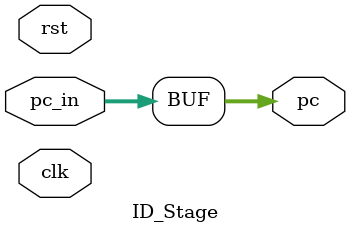
<source format=v>
module ID_Stage (
    clk,
    rst,
    pc_in,
    pc
);
    
    input clk, rst;
    input [31:0] pc_in;
    output [31:0] pc;

    assign pc = pc_in;

endmodule
</source>
